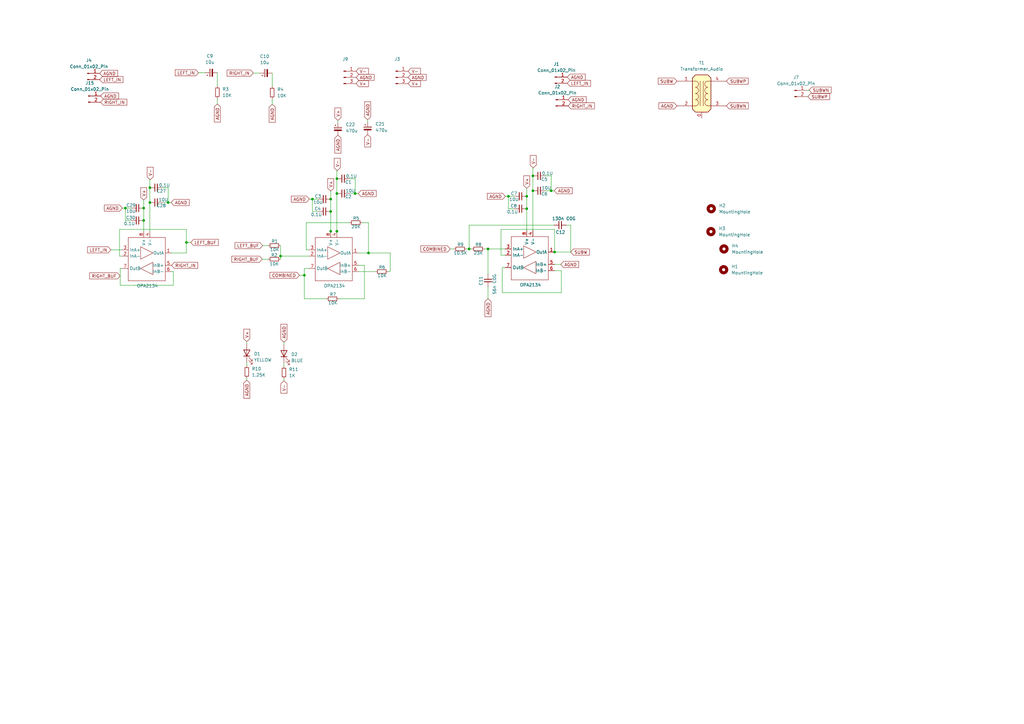
<source format=kicad_sch>
(kicad_sch (version 20230121) (generator eeschema)
  (paper "A3")
  (lib_symbols
    (symbol "Amplifier_Audio:OPA2134"
      (property "Reference" "U" (at 0 -2.54 0))
      (property "Value" "OPA2134" (at 0 0 0))
      (symbol "OPA2134_0_1"
        (rectangle (start -7.62 16.51) (end 7.62 -1.27))
        (polyline (pts (xy -2.54 12.7) (xy -2.54 7.62) (xy 2.54 10.16) (xy -2.54 12.7)))
        (polyline (pts (xy 2.54 6.35) (xy 2.54 1.27) (xy -2.54 3.81) (xy 2.54 6.35)))
      )
      (symbol "OPA2134_1_1"
        (pin output line (at 10.16 10.16 180) (length 2.54) (name "OutA") (number "1"))
        (pin input line (at -10.16 8.89 0) (length 2.54) (name "InA-") (number "2"))
        (pin input line (at -10.16 11.43 0) (length 2.54) (name "InA+") (number "3"))
        (pin input line (at 1.27 19.05 270) (length 2.54) (name "V-") (number "4"))
        (pin input line (at 10.16 5.08 180) (length 2.54) (name "InB+") (number "5"))
        (pin input line (at 10.16 2.54 180) (length 2.54) (name "InB-") (number "6"))
        (pin output line (at -10.16 3.81 0) (length 2.54) (name "OutB") (number "7"))
        (pin input line (at -1.27 19.05 270) (length 2.54) (name "V+") (number "8"))
      )
    )
    (symbol "Connector:Conn_01x02_Pin" (pin_names (offset 1.016) hide)
      (property "Reference" "J" (at 0 2.54 0))
      (property "Value" "Conn_01x02_Pin" (at 0 -5.08 0))
      (symbol "Conn_01x02_Pin_1_1"
        (polyline (pts (xy 1.27 -2.54) (xy 0.8636 -2.54)) (stroke (width 0.1524)))
        (polyline (pts (xy 1.27 0) (xy 0.8636 0)) (stroke (width 0.1524)))
        (rectangle (start 0.8636 -2.413) (end 0 -2.667) (stroke (width 0.1524)) (fill (type outline)))
        (rectangle (start 0.8636 0.127) (end 0 -0.127) (stroke (width 0.1524)) (fill (type outline)))
        (pin passive line (at 5.08 0 180) (length 3.81) (name "Pin_1") (number "1"))
        (pin passive line (at 5.08 -2.54 180) (length 3.81) (name "Pin_2") (number "2"))
      )
    )
    (symbol "Connector:Conn_01x03_Male" (pin_names (offset 1.016) hide)
      (property "Reference" "J" (at 0 5.08 0))
      (property "Value" "Conn_01x03_Male" (at 0 -5.08 0))
      (symbol "Conn_01x03_Male_1_1"
        (polyline (pts (xy 1.27 -2.54) (xy 0.8636 -2.54)) (stroke (width 0.1524)))
        (polyline (pts (xy 1.27 0) (xy 0.8636 0)) (stroke (width 0.1524)))
        (polyline (pts (xy 1.27 2.54) (xy 0.8636 2.54)) (stroke (width 0.1524)))
        (rectangle (start 0.8636 -2.413) (end 0 -2.667) (stroke (width 0.1524)) (fill (type outline)))
        (rectangle (start 0.8636 0.127) (end 0 -0.127) (stroke (width 0.1524)) (fill (type outline)))
        (rectangle (start 0.8636 2.667) (end 0 2.413) (stroke (width 0.1524)) (fill (type outline)))
        (pin passive line (at 5.08 2.54 180) (length 3.81) (name "Pin_1") (number "1"))
        (pin passive line (at 5.08 0 180) (length 3.81) (name "Pin_2") (number "2"))
        (pin passive line (at 5.08 -2.54 180) (length 3.81) (name "Pin_3") (number "3"))
      )
    )
    (symbol "Device:C_Polarized_Small" (pin_numbers hide) (pin_names (offset 0.254) hide)
      (property "Reference" "C" (at 0.254 1.778 0))
      (property "Value" "C_Polarized_Small" (at 0.254 -2.032 0))
      (symbol "C_Polarized_Small_0_1"
        (rectangle (start -1.524 -0.3048) (end 1.524 -0.6858) (fill (type outline)))
        (rectangle (start -1.524 0.6858) (end 1.524 0.3048))
        (polyline (pts (xy -1.27 1.524) (xy -0.762 1.524)))
        (polyline (pts (xy -1.016 1.27) (xy -1.016 1.778)))
      )
      (symbol "C_Polarized_Small_1_1"
        (pin passive line (at 0 2.54 270) (length 1.8542) (name "~") (number "1"))
        (pin passive line (at 0 -2.54 90) (length 1.8542) (name "~") (number "2"))
      )
    )
    (symbol "Device:C_Small" (pin_numbers hide) (pin_names (offset 0.254) hide)
      (property "Reference" "C" (at 0.254 1.778 0))
      (property "Value" "C_Small" (at 0.254 -2.032 0))
      (symbol "C_Small_0_1"
        (polyline (pts (xy -1.524 -0.508) (xy 1.524 -0.508)) (stroke (width 0.3302)))
        (polyline (pts (xy -1.524 0.508) (xy 1.524 0.508)) (stroke (width 0.3048)))
      )
      (symbol "C_Small_1_1"
        (pin passive line (at 0 2.54 270) (length 2.032) (name "~") (number "1"))
        (pin passive line (at 0 -2.54 90) (length 2.032) (name "~") (number "2"))
      )
    )
    (symbol "Device:LED" (pin_numbers hide) (pin_names (offset 1.016) hide)
      (property "Reference" "D" (at 0 2.54 0))
      (property "Value" "LED" (at 0 -2.54 0))
      (symbol "LED_0_1"
        (polyline (pts (xy -1.27 -1.27) (xy -1.27 1.27)) (stroke (width 0.254)))
        (polyline (pts (xy -1.27 0) (xy 1.27 0)))
        (polyline (pts (xy 1.27 -1.27) (xy 1.27 1.27) (xy -1.27 0) (xy 1.27 -1.27)) (stroke (width 0.254)))
        (polyline (pts (xy -3.048 -0.762) (xy -4.572 -2.286) (xy -3.81 -2.286) (xy -4.572 -2.286) (xy -4.572 -1.524)))
        (polyline (pts (xy -1.778 -0.762) (xy -3.302 -2.286) (xy -2.54 -2.286) (xy -3.302 -2.286) (xy -3.302 -1.524)))
      )
      (symbol "LED_1_1"
        (pin passive line (at -3.81 0 0) (length 2.54) (name "K") (number "1"))
        (pin passive line (at 3.81 0 180) (length 2.54) (name "A") (number "2"))
      )
    )
    (symbol "Device:R_Small" (pin_numbers hide) (pin_names (offset 0.254) hide)
      (property "Reference" "R" (at 0.762 0.508 0))
      (property "Value" "R_Small" (at 0.762 -1.016 0))
      (symbol "R_Small_0_1"
        (rectangle (start -0.762 1.778) (end 0.762 -1.778) (stroke (width 0.2032)))
      )
      (symbol "R_Small_1_1"
        (pin passive line (at 0 2.54 270) (length 0.762) (name "~") (number "1"))
        (pin passive line (at 0 -2.54 90) (length 0.762) (name "~") (number "2"))
      )
    )
    (symbol "Device:Transformer_Audio" (pin_names (offset 1.016) hide)
      (property "Reference" "T" (at 0 11.684 0))
      (property "Value" "Transformer_Audio" (at 0.254 9.398 0))
      (symbol "Transformer_Audio_0_1"
        (arc (start -2.54 -5.0546) (mid -1.6599 -4.6901) (end -1.27 -3.81))
        (arc (start -2.54 -2.5146) (mid -1.6599 -2.1501) (end -1.27 -1.27))
        (arc (start -2.54 0.0254) (mid -1.6599 0.3899) (end -1.27 1.27))
        (arc (start -2.54 2.5654) (mid -1.6599 2.9299) (end -1.27 3.81))
        (arc (start -1.27 -3.81) (mid -1.642 -2.912) (end -2.54 -2.54))
        (arc (start -1.27 -1.27) (mid -1.642 -0.372) (end -2.54 0))
        (arc (start -1.27 1.27) (mid -1.642 2.168) (end -2.54 2.54))
        (arc (start -1.27 3.81) (mid -1.642 4.708) (end -2.54 5.08))
        (polyline (pts (xy -0.635 5.08) (xy -0.635 -5.08)))
        (polyline (pts (xy 0.635 -5.08) (xy 0.635 5.08)))
        (polyline (pts (xy -3.81 6.35) (xy -2.54 7.62) (xy 2.54 7.62) (xy 3.81 6.35) (xy 3.81 -6.35) (xy 2.54 -7.62) (xy -2.54 -7.62) (xy -3.81 -6.35) (xy -3.81 6.35)) (stroke (width 0.254)) (fill (type background)))
        (arc (start 1.2954 -1.27) (mid 1.6599 -2.1501) (end 2.54 -2.5146))
        (arc (start 1.2954 1.27) (mid 1.6599 0.3899) (end 2.54 0.0254))
        (arc (start 1.2954 3.81) (mid 1.6599 2.9299) (end 2.54 2.5654))
        (arc (start 1.3208 -3.81) (mid 1.6853 -4.6901) (end 2.5654 -5.0546))
        (arc (start 2.54 0) (mid 1.642 -0.372) (end 1.2954 -1.27))
        (arc (start 2.54 2.54) (mid 1.642 2.168) (end 1.2954 1.27))
        (arc (start 2.54 5.08) (mid 1.642 4.708) (end 1.2954 3.81))
        (arc (start 2.5654 -2.54) (mid 1.6674 -2.912) (end 1.3208 -3.81))
      )
      (symbol "Transformer_Audio_1_1"
        (pin input line (at 0 -10.16 90) (length 2.54) (name "~") (number "0"))
        (pin passive line (at -10.16 5.08 0) (length 7.62) (name "AA") (number "1"))
        (pin passive line (at -10.16 -5.08 0) (length 7.62) (name "AB") (number "2"))
        (pin passive line (at 10.16 -5.08 180) (length 7.62) (name "SA") (number "3"))
        (pin passive line (at 10.16 5.08 180) (length 7.62) (name "SB") (number "4"))
      )
    )
    (symbol "Mechanical:MountingHole" (pin_names (offset 1.016))
      (property "Reference" "H" (at 0 5.08 0))
      (property "Value" "MountingHole" (at 0 3.175 0))
      (symbol "MountingHole_0_1"
        (circle (center 0 0) (radius 1.27) (stroke (width 1.27)))
      )
    )
  )
  (junction (at 216.027 80.518))
  (junction (at 135.636 81.661))
  (junction (at 58.928 85.344))
  (junction (at 61.468 83.058))
  (junction (at 218.567 78.232))
  (junction (at 218.567 72.136))
  (junction (at 145.669 79.375))
  (junction (at 58.928 90.424))
  (junction (at 68.961 83.058))
  (junction (at 128.143 81.661))
  (junction (at 227.457 103.378))
  (junction (at 138.176 94.869))
  (junction (at 138.176 79.375))
  (junction (at 151.13 103.759))
  (junction (at 192.405 102.108))
  (junction (at 200.152 102.108))
  (junction (at 61.468 76.962))
  (junction (at 216.027 85.598))
  (junction (at 115.062 105.029))
  (junction (at 51.435 85.344))
  (junction (at 138.176 73.279))
  (junction (at 135.636 86.741))
  (junction (at 226.06 78.232))
  (junction (at 208.534 80.518))
  (junction (at 124.841 112.903))
  (junction (at 135.636 94.869))
  (junction (at 76.454 99.441))
  (wire (pts (xy 53.848 90.424) (xy 51.435 90.424)))
  (wire (pts (xy 232.283 92.329) (xy 234.061 92.329)))
  (wire (pts (xy 192.405 102.108) (xy 193.548 102.108)))
  (wire (pts (xy 160.02 103.759) (xy 160.02 111.379)))
  (wire (pts (xy 207.137 109.728) (xy 205.994 109.728)))
  (wire (pts (xy 125.603 102.489) (xy 126.746 102.489)))
  (wire (pts (xy 76.454 103.759) (xy 70.358 103.759)))
  (wire (pts (xy 116.459 156.21) (xy 116.459 155.321)))
  (wire (pts (xy 58.928 82.042) (xy 58.928 85.344)))
  (wire (pts (xy 61.468 73.787) (xy 61.468 76.962)))
  (wire (pts (xy 331.343 39.624) (xy 330.962 39.624)))
  (wire (pts (xy 135.636 81.661) (xy 135.636 86.741)))
  (wire (pts (xy 133.858 122.555) (xy 124.841 122.555)))
  (wire (pts (xy 138.5922 49.3632) (xy 138.5922 50.3792)))
  (wire (pts (xy 147.066 108.839) (xy 149.479 108.839)))
  (wire (pts (xy 234.061 92.329) (xy 234.061 103.378)))
  (wire (pts (xy 61.468 83.058) (xy 61.468 94.869)))
  (wire (pts (xy 68.961 76.962) (xy 68.961 83.058)))
  (wire (pts (xy 143.383 91.313) (xy 125.603 91.313)))
  (wire (pts (xy 138.176 94.869) (xy 138.176 94.996)))
  (wire (pts (xy 66.548 76.962) (xy 68.961 76.962)))
  (wire (pts (xy 191.262 102.108) (xy 192.405 102.108)))
  (wire (pts (xy 207.264 80.518) (xy 208.534 80.518)))
  (wire (pts (xy 125.603 91.313) (xy 125.603 102.489)))
  (wire (pts (xy 61.468 76.962) (xy 61.468 83.058)))
  (wire (pts (xy 115.062 100.711) (xy 115.062 105.029)))
  (wire (pts (xy 116.459 140.335) (xy 116.459 141.224)))
  (wire (pts (xy 49.022 105.029) (xy 49.022 94.107)))
  (wire (pts (xy 101.219 140.081) (xy 101.219 140.97)))
  (wire (pts (xy 115.062 105.029) (xy 115.062 106.299)))
  (wire (pts (xy 58.928 90.424) (xy 58.928 94.869)))
  (wire (pts (xy 71.12 111.379) (xy 71.12 116.967)))
  (wire (pts (xy 135.636 78.359) (xy 135.636 81.661)))
  (wire (pts (xy 218.567 78.232) (xy 218.567 94.488)))
  (wire (pts (xy 210.947 85.598) (xy 208.534 85.598)))
  (wire (pts (xy 135.636 94.869) (xy 135.636 94.996)))
  (wire (pts (xy 111.633 42.799) (xy 111.633 40.513)))
  (wire (pts (xy 126.873 81.661) (xy 128.143 81.661)))
  (wire (pts (xy 205.486 104.648) (xy 205.486 94.107)))
  (wire (pts (xy 229.997 108.458) (xy 227.457 108.458)))
  (wire (pts (xy 84.074 29.845) (xy 81.407 29.845)))
  (wire (pts (xy 207.137 104.648) (xy 205.486 104.648)))
  (wire (pts (xy 205.486 94.107) (xy 227.457 94.107)))
  (wire (pts (xy 226.06 78.232) (xy 223.647 78.232)))
  (wire (pts (xy 227.457 94.107) (xy 227.457 103.378)))
  (wire (pts (xy 205.994 109.728) (xy 205.994 120.015)))
  (wire (pts (xy 89.154 42.672) (xy 89.154 40.386)))
  (wire (pts (xy 331.724 36.957) (xy 331.724 37.084)))
  (wire (pts (xy 226.06 72.136) (xy 226.06 78.232)))
  (wire (pts (xy 138.176 73.279) (xy 138.176 79.375)))
  (wire (pts (xy 71.12 116.967) (xy 49.276 116.967)))
  (wire (pts (xy 122.809 112.903) (xy 124.841 112.903)))
  (wire (pts (xy 109.982 106.299) (xy 107.569 106.299)))
  (wire (pts (xy 218.567 72.136) (xy 218.567 78.232)))
  (wire (pts (xy 101.219 155.956) (xy 101.219 155.067)))
  (wire (pts (xy 149.479 108.839) (xy 149.479 122.555)))
  (wire (pts (xy 124.841 122.555) (xy 124.841 112.903)))
  (wire (pts (xy 147.066 111.379) (xy 154.051 111.379)))
  (wire (pts (xy 223.647 72.136) (xy 226.06 72.136)))
  (wire (pts (xy 61.595 73.787) (xy 61.468 73.787)))
  (wire (pts (xy 50.038 105.029) (xy 49.022 105.029)))
  (wire (pts (xy 151.13 103.759) (xy 147.066 103.759)))
  (wire (pts (xy 145.669 73.279) (xy 145.669 79.375)))
  (wire (pts (xy 216.027 80.518) (xy 216.027 85.598)))
  (wire (pts (xy 49.022 94.107) (xy 76.454 94.107)))
  (wire (pts (xy 124.841 110.109) (xy 126.746 110.109)))
  (wire (pts (xy 51.435 90.424) (xy 51.435 85.344)))
  (wire (pts (xy 116.459 150.241) (xy 116.459 148.844)))
  (wire (pts (xy 128.143 81.661) (xy 130.556 81.661)))
  (wire (pts (xy 216.027 77.216) (xy 216.027 80.518)))
  (wire (pts (xy 51.435 85.344) (xy 53.848 85.344)))
  (wire (pts (xy 111.633 35.433) (xy 111.633 29.972)))
  (wire (pts (xy 124.841 112.903) (xy 124.841 110.109)))
  (wire (pts (xy 138.938 122.555) (xy 149.479 122.555)))
  (wire (pts (xy 218.694 68.834) (xy 218.694 68.961)))
  (wire (pts (xy 109.982 100.711) (xy 107.696 100.711)))
  (wire (pts (xy 138.303 70.104) (xy 138.176 70.104)))
  (wire (pts (xy 76.454 99.441) (xy 76.454 103.759)))
  (wire (pts (xy 184.658 102.108) (xy 186.182 102.108)))
  (wire (pts (xy 192.405 92.329) (xy 192.405 102.108)))
  (wire (pts (xy 200.152 102.108) (xy 200.152 112.522)))
  (wire (pts (xy 331.724 37.084) (xy 330.962 37.084)))
  (wire (pts (xy 138.303 69.977) (xy 138.303 70.104)))
  (wire (pts (xy 227.33 78.232) (xy 226.06 78.232)))
  (wire (pts (xy 200.152 122.555) (xy 200.152 117.602)))
  (wire (pts (xy 143.256 73.279) (xy 145.669 73.279)))
  (wire (pts (xy 138.176 79.375) (xy 138.176 94.869)))
  (wire (pts (xy 70.231 83.058) (xy 68.961 83.058)))
  (wire (pts (xy 135.636 86.741) (xy 135.636 94.869)))
  (wire (pts (xy 146.939 79.375) (xy 145.669 79.375)))
  (wire (pts (xy 101.219 149.987) (xy 101.219 148.59)))
  (wire (pts (xy 138.176 70.104) (xy 138.176 73.279)))
  (wire (pts (xy 61.595 73.66) (xy 61.595 73.787)))
  (wire (pts (xy 128.143 86.741) (xy 128.143 81.661)))
  (wire (pts (xy 192.405 92.329) (xy 227.203 92.329)))
  (wire (pts (xy 159.131 111.379) (xy 160.02 111.379)))
  (wire (pts (xy 208.534 85.598) (xy 208.534 80.518)))
  (wire (pts (xy 68.961 83.058) (xy 66.548 83.058)))
  (wire (pts (xy 151.13 91.313) (xy 151.13 103.759)))
  (wire (pts (xy 234.061 103.378) (xy 227.457 103.378)))
  (wire (pts (xy 331.851 36.957) (xy 331.724 36.957)))
  (wire (pts (xy 145.669 79.375) (xy 143.256 79.375)))
  (wire (pts (xy 216.027 85.598) (xy 216.027 94.488)))
  (wire (pts (xy 200.152 102.108) (xy 207.137 102.108)))
  (wire (pts (xy 49.276 116.967) (xy 49.276 110.109)))
  (wire (pts (xy 78.232 99.441) (xy 76.454 99.441)))
  (wire (pts (xy 148.463 91.313) (xy 151.13 91.313)))
  (wire (pts (xy 70.358 111.379) (xy 71.12 111.379)))
  (wire (pts (xy 89.154 35.306) (xy 89.154 29.845)))
  (wire (pts (xy 151.13 103.759) (xy 160.02 103.759)))
  (wire (pts (xy 205.994 120.015) (xy 230.251 120.015)))
  (wire (pts (xy 130.556 86.741) (xy 128.143 86.741)))
  (wire (pts (xy 198.628 102.108) (xy 200.152 102.108)))
  (wire (pts (xy 106.553 29.972) (xy 103.886 29.972)))
  (wire (pts (xy 45.466 102.489) (xy 50.038 102.489)))
  (wire (pts (xy 218.567 68.961) (xy 218.567 72.136)))
  (wire (pts (xy 230.251 110.998) (xy 227.457 110.998)))
  (wire (pts (xy 126.746 105.029) (xy 115.062 105.029)))
  (wire (pts (xy 58.928 85.344) (xy 58.928 90.424)))
  (wire (pts (xy 218.694 68.961) (xy 218.567 68.961)))
  (wire (pts (xy 230.251 120.015) (xy 230.251 110.998)))
  (wire (pts (xy 76.454 94.107) (xy 76.454 99.441)))
  (wire (pts (xy 208.534 80.518) (xy 210.947 80.518)))
  (wire (pts (xy 49.276 110.109) (xy 50.038 110.109)))
  (wire (pts (xy 150.7842 49.1092) (xy 150.7842 50.1252)))
  (wire (pts (xy 50.165 85.344) (xy 51.435 85.344)))
  (global_label "V-" (shape input) (at 138.303 69.977 90) (property "Intersheetrefs" "${INTERSHEET_REFS}" (effects hide)))
  (global_label "SUBWP" (shape input) (at 331.343 39.624 0) (property "Intersheetrefs" "${INTERSHEET_REFS}" (effects hide)))
  (global_label "V+" (shape input) (at 58.928 82.042 90) (property "Intersheetrefs" "${INTERSHEET_REFS}" (effects hide)))
  (global_label "AGND" (shape input) (at 146.05 31.75 0) (property "Intersheetrefs" "${INTERSHEET_REFS}" (effects hide)))
  (global_label "AGND" (shape input) (at 229.997 108.458 0) (property "Intersheetrefs" "${INTERSHEET_REFS}" (effects hide)))
  (global_label "LEFT_IN" (shape input) (at 232.664 34.163 0) (property "Intersheetrefs" "${INTERSHEET_REFS}" (effects hide)))
  (global_label "SUBW" (shape input) (at 234.061 103.378 0) (property "Intersheetrefs" "${INTERSHEET_REFS}" (effects hide)))
  (global_label "LEFT_BUF" (shape input) (at 107.696 100.711 180) (property "Intersheetrefs" "${INTERSHEET_REFS}" (effects hide)))
  (global_label "AGND" (shape input) (at 167.386 31.75 0) (property "Intersheetrefs" "${INTERSHEET_REFS}" (effects hide)))
  (global_label "AGND" (shape input) (at 89.154 42.672 270) (property "Intersheetrefs" "${INTERSHEET_REFS}" (effects hide)))
  (global_label "V+" (shape input) (at 101.219 140.081 90) (property "Intersheetrefs" "${INTERSHEET_REFS}" (effects hide)))
  (global_label "V-" (shape input) (at 61.595 73.66 90) (property "Intersheetrefs" "${INTERSHEET_REFS}" (effects hide)))
  (global_label "V+" (shape input) (at 138.5922 49.3632 90) (property "Intersheetrefs" "${INTERSHEET_REFS}" (effects hide)))
  (global_label "SUBWN" (shape input) (at 297.942 43.434 0) (property "Intersheetrefs" "${INTERSHEET_REFS}" (effects hide)))
  (global_label "V-" (shape input) (at 218.694 68.834 90) (property "Intersheetrefs" "${INTERSHEET_REFS}" (effects hide)))
  (global_label "V+" (shape input) (at 167.386 34.29 0) (property "Intersheetrefs" "${INTERSHEET_REFS}" (effects hide)))
  (global_label "V+" (shape input) (at 216.027 77.216 90) (property "Intersheetrefs" "${INTERSHEET_REFS}" (effects hide)))
  (global_label "V-" (shape input) (at 150.7842 55.2052 270) (property "Intersheetrefs" "${INTERSHEET_REFS}" (effects hide)))
  (global_label "AGND" (shape input) (at 277.622 43.434 180) (property "Intersheetrefs" "${INTERSHEET_REFS}" (effects hide)))
  (global_label "AGND" (shape input) (at 138.5922 55.4592 270) (property "Intersheetrefs" "${INTERSHEET_REFS}" (effects hide)))
  (global_label "V-" (shape input) (at 116.459 156.21 270) (property "Intersheetrefs" "${INTERSHEET_REFS}" (effects hide)))
  (global_label "V+" (shape input) (at 146.05 34.29 0) (property "Intersheetrefs" "${INTERSHEET_REFS}" (effects hide)))
  (global_label "COMBINED" (shape input) (at 184.658 102.108 180) (property "Intersheetrefs" "${INTERSHEET_REFS}" (effects hide)))
  (global_label "RIGHT_IN" (shape input) (at 41.275 41.91 0) (property "Intersheetrefs" "${INTERSHEET_REFS}" (effects hide)))
  (global_label "AGND" (shape input) (at 232.664 31.623 0) (property "Intersheetrefs" "${INTERSHEET_REFS}" (effects hide)))
  (global_label "AGND" (shape input) (at 101.219 155.956 270) (property "Intersheetrefs" "${INTERSHEET_REFS}" (effects hide)))
  (global_label "V+" (shape input) (at 135.636 78.359 90) (property "Intersheetrefs" "${INTERSHEET_REFS}" (effects hide)))
  (global_label "AGND" (shape input) (at 116.459 140.335 90) (property "Intersheetrefs" "${INTERSHEET_REFS}" (effects hide)))
  (global_label "RIGHT_BUF" (shape input) (at 107.569 106.299 180) (property "Intersheetrefs" "${INTERSHEET_REFS}" (effects hide)))
  (global_label "SUBWN" (shape input) (at 331.851 36.957 0) (property "Intersheetrefs" "${INTERSHEET_REFS}" (effects hide)))
  (global_label "SUBWP" (shape input) (at 297.942 33.274 0) (property "Intersheetrefs" "${INTERSHEET_REFS}" (effects hide)))
  (global_label "AGND" (shape input) (at 126.873 81.661 180) (property "Intersheetrefs" "${INTERSHEET_REFS}" (effects hide)))
  (global_label "AGND" (shape input) (at 227.33 78.232 0) (property "Intersheetrefs" "${INTERSHEET_REFS}" (effects hide)))
  (global_label "AGND" (shape input) (at 50.165 85.344 180) (property "Intersheetrefs" "${INTERSHEET_REFS}" (effects hide)))
  (global_label "RIGHT_IN" (shape input) (at 103.886 29.972 180) (property "Intersheetrefs" "${INTERSHEET_REFS}" (effects hide)))
  (global_label "RIGHT_BUF" (shape input) (at 49.276 113.157 180) (property "Intersheetrefs" "${INTERSHEET_REFS}" (effects hide)))
  (global_label "LEFT_IN" (shape input) (at 81.407 29.845 180) (property "Intersheetrefs" "${INTERSHEET_REFS}" (effects hide)))
  (global_label "AGND" (shape input) (at 150.7842 49.1092 90) (property "Intersheetrefs" "${INTERSHEET_REFS}" (effects hide)))
  (global_label "LEFT_BUF" (shape input) (at 78.232 99.441 0) (property "Intersheetrefs" "${INTERSHEET_REFS}" (effects hide)))
  (global_label "AGND" (shape input) (at 111.633 42.799 270) (property "Intersheetrefs" "${INTERSHEET_REFS}" (effects hide)))
  (global_label "V-" (shape input) (at 167.386 29.21 0) (property "Intersheetrefs" "${INTERSHEET_REFS}" (effects hide)))
  (global_label "LEFT_IN" (shape input) (at 40.894 32.639 0) (property "Intersheetrefs" "${INTERSHEET_REFS}" (effects hide)))
  (global_label "AGND" (shape input) (at 200.152 122.555 270) (property "Intersheetrefs" "${INTERSHEET_REFS}" (effects hide)))
  (global_label "COMBINED" (shape input) (at 122.809 112.903 180) (property "Intersheetrefs" "${INTERSHEET_REFS}" (effects hide)))
  (global_label "AGND" (shape input) (at 233.045 40.894 0) (property "Intersheetrefs" "${INTERSHEET_REFS}" (effects hide)))
  (global_label "AGND" (shape input) (at 146.939 79.375 0) (property "Intersheetrefs" "${INTERSHEET_REFS}" (effects hide)))
  (global_label "RIGHT_IN" (shape input) (at 70.358 108.839 0) (property "Intersheetrefs" "${INTERSHEET_REFS}" (effects hide)))
  (global_label "SUBW" (shape input) (at 277.622 33.274 180) (property "Intersheetrefs" "${INTERSHEET_REFS}" (effects hide)))
  (global_label "AGND" (shape input) (at 41.275 39.37 0) (property "Intersheetrefs" "${INTERSHEET_REFS}" (effects hide)))
  (global_label "RIGHT_IN" (shape input) (at 233.045 43.434 0) (property "Intersheetrefs" "${INTERSHEET_REFS}" (effects hide)))
  (global_label "LEFT_IN" (shape input) (at 45.466 102.489 180) (property "Intersheetrefs" "${INTERSHEET_REFS}" (effects hide)))
  (global_label "AGND" (shape input) (at 40.894 30.099 0) (property "Intersheetrefs" "${INTERSHEET_REFS}" (effects hide)))
  (global_label "AGND" (shape input) (at 207.264 80.518 180) (property "Intersheetrefs" "${INTERSHEET_REFS}" (effects hide)))
  (global_label "V-" (shape input) (at 146.05 29.21 0) (property "Intersheetrefs" "${INTERSHEET_REFS}" (effects hide)))
  (global_label "AGND" (shape input) (at 70.231 83.058 0) (property "Intersheetrefs" "${INTERSHEET_REFS}" (effects hide)))
  (symbol (lib_id "Device:R_Small") (at 145.923 91.313 270) (unit 1)
    (property "Reference" "R5" (at 146.05 89.535 90))
    (property "Value" "20K" (at 146.05 92.964 90))
    (property "Footprint" "Resistor_SMD:R_0603_1608Metric_Pad0.98x0.95mm_HandSolder" (effects hide))
  )
  (symbol (lib_id "Device:C_Polarized_Small") (at 86.614 29.845 90) (unit 1)
    (property "Reference" "C9" (at 86.0679 22.987 90))
    (property "Value" "10u" (at 86.0679 25.527 90))
    (property "Footprint" "Capacitor_THT:CP_Radial_D5.0mm_P2.00mm" (effects hide))
  )
  (symbol (lib_id "Device:C_Small") (at 221.107 78.232 90) (unit 1)
    (property "Reference" "C6" (at 223.266 79.502 90))
    (property "Value" "10U" (at 224.1066 77.0957 90))
    (property "Footprint" "Capacitor_SMD:C_1206_3216Metric_Pad1.33x1.80mm_HandSolder" (effects hide))
  )
  (symbol (lib_id "Device:R_Small") (at 112.522 100.711 270) (unit 1)
    (property "Reference" "R1" (at 112.649 98.933 90))
    (property "Value" "10K" (at 112.649 102.362 90))
    (property "Footprint" "Resistor_SMD:R_0603_1608Metric_Pad0.98x0.95mm_HandSolder" (effects hide))
  )
  (symbol (lib_id "Device:C_Small") (at 56.388 90.424 270) (unit 1)
    (property "Reference" "C30" (at 53.594 89.281 90))
    (property "Value" "0.1U" (at 53.086 91.694 90))
    (property "Footprint" "Capacitor_SMD:C_0805_2012Metric_Pad1.18x1.45mm_HandSolder" (effects hide))
  )
  (symbol (lib_id "Device:Transformer_Audio") (at 287.782 38.354 0) (unit 1)
    (property "Reference" "T1" (at 287.782 25.781 0))
    (property "Value" "Transformer_Audio" (at 287.782 28.321 0))
    (property "Footprint" "Components:DA101C" (effects hide))
  )
  (symbol (lib_id "Device:C_Small") (at 56.388 85.344 270) (unit 1)
    (property "Reference" "C29" (at 53.721 84.201 90))
    (property "Value" "10U" (at 53.721 86.614 90))
    (property "Footprint" "Capacitor_SMD:C_1206_3216Metric_Pad1.33x1.80mm_HandSolder" (effects hide))
  )
  (symbol (lib_id "Device:C_Small") (at 221.107 72.136 90) (unit 1)
    (property "Reference" "C5" (at 223.266 73.533 90))
    (property "Value" "0.1U" (at 224.536 71.12 90))
    (property "Footprint" "Capacitor_SMD:C_0805_2012Metric_Pad1.18x1.45mm_HandSolder" (effects hide))
  )
  (symbol (lib_id "Amplifier_Audio:OPA2134") (at 60.198 113.919 0) (unit 1)
    (property "Reference" "U4" (effects hide))
    (property "Value" "OPA2134" (at 60.452 117.221 0))
    (property "Footprint" "Package_DIP:DIP-8_W7.62mm_Socket" (effects hide))
  )
  (symbol (lib_id "Device:R_Small") (at 89.154 37.846 180) (unit 1)
    (property "Reference" "R3" (at 91.186 36.576 0) (effects (justify right)))
    (property "Value" "10K" (at 91.186 39.116 0) (effects (justify right)))
    (property "Footprint" "Resistor_SMD:R_0603_1608Metric_Pad0.98x0.95mm_HandSolder" (effects hide))
  )
  (symbol (lib_id "Device:C_Small") (at 133.096 81.661 270) (unit 1)
    (property "Reference" "C3" (at 130.429 80.518 90))
    (property "Value" "10U" (at 130.429 82.931 90))
    (property "Footprint" "Capacitor_SMD:C_1206_3216Metric_Pad1.33x1.80mm_HandSolder" (effects hide))
  )
  (symbol (lib_id "Device:R_Small") (at 136.398 122.555 270) (unit 1)
    (property "Reference" "R7" (at 136.525 120.777 90))
    (property "Value" "10K" (at 136.525 124.206 90))
    (property "Footprint" "Resistor_SMD:R_0603_1608Metric_Pad0.98x0.95mm_HandSolder" (effects hide))
  )
  (symbol (lib_id "Mechanical:MountingHole") (at 296.926 102.108 0) (unit 1)
    (property "Reference" "H4" (at 300.101 100.8379 0) (effects (justify left)))
    (property "Value" "MountingHole" (at 300.101 103.3779 0) (effects (justify left)))
    (property "Footprint" "MountingHole:MountingHole_3.2mm_M3" (effects hide))
  )
  (symbol (lib_id "Device:R_Small") (at 188.722 102.108 270) (unit 1)
    (property "Reference" "R9" (at 188.849 100.33 90))
    (property "Value" "10.5K" (at 188.849 103.759 90))
    (property "Footprint" "Resistor_SMD:R_0603_1608Metric_Pad0.98x0.95mm_HandSolder" (effects hide))
  )
  (symbol (lib_id "Device:R_Small") (at 116.459 152.781 180) (unit 1)
    (property "Reference" "R11" (at 118.491 151.511 0) (effects (justify right)))
    (property "Value" "1K" (at 118.491 154.051 0) (effects (justify right)))
    (property "Footprint" "Resistor_SMD:R_0603_1608Metric_Pad0.98x0.95mm_HandSolder" (effects hide))
  )
  (symbol (lib_id "Connector:Conn_01x03_Male") (at 162.306 31.75 0) (unit 1)
    (property "Reference" "J3" (at 162.941 24.257 0))
    (property "Value" "Conn_01x03_Male" (effects hide))
    (property "Footprint" "Connector_JST:JST_PH_B3B-PH-K_1x03_P2.00mm_Vertical" (effects hide))
  )
  (symbol (lib_id "Connector:Conn_01x02_Pin") (at 325.882 37.084 0) (unit 1)
    (property "Reference" "J7" (at 326.517 31.75 0))
    (property "Value" "Conn_01x02_Pin" (at 326.517 34.29 0))
    (property "Footprint" "Connector_JST:JST_PH_B2B-PH-K_1x02_P2.00mm_Vertical" (effects hide))
  )
  (symbol (lib_id "Device:C_Small") (at 229.743 92.329 90) (unit 1)
    (property "Reference" "C12" (at 229.87 95.25 90))
    (property "Value" "130n C0G" (at 231.267 89.662 90))
    (property "Footprint" "Capacitor_SMD:C_0805_2012Metric_Pad1.18x1.45mm_HandSolder" (effects hide))
  )
  (symbol (lib_id "Amplifier_Audio:OPA2134") (at 136.906 113.919 0) (unit 1)
    (property "Reference" "U1" (effects hide))
    (property "Value" "OPA2134" (at 137.16 117.221 0))
    (property "Footprint" "Package_DIP:DIP-8_W7.62mm_Socket" (effects hide))
  )
  (symbol (lib_id "Device:C_Polarized_Small") (at 109.093 29.972 90) (unit 1)
    (property "Reference" "C10" (at 108.5469 23.114 90))
    (property "Value" "10u" (at 108.5469 25.654 90))
    (property "Footprint" "Capacitor_THT:CP_Radial_D5.0mm_P2.00mm" (effects hide))
  )
  (symbol (lib_id "Mechanical:MountingHole") (at 291.719 85.598 0) (unit 1)
    (property "Reference" "H2" (at 294.894 84.3279 0) (effects (justify left)))
    (property "Value" "MountingHole" (at 294.894 86.8679 0) (effects (justify left)))
    (property "Footprint" "MountingHole:MountingHole_3.2mm_M3" (effects hide))
  )
  (symbol (lib_id "Device:R_Small") (at 111.633 37.973 180) (unit 1)
    (property "Reference" "R4" (at 113.665 36.703 0) (effects (justify right)))
    (property "Value" "10K" (at 113.665 39.243 0) (effects (justify right)))
    (property "Footprint" "Resistor_SMD:R_0603_1608Metric_Pad0.98x0.95mm_HandSolder" (effects hide))
  )
  (symbol (lib_id "Amplifier_Audio:OPA2134") (at 217.297 113.538 0) (unit 1)
    (property "Reference" "U2" (effects hide))
    (property "Value" "OPA2134" (at 217.551 116.84 0))
    (property "Footprint" "Package_DIP:DIP-8_W7.62mm_Socket" (effects hide))
  )
  (symbol (lib_id "Connector:Conn_01x03_Male") (at 140.97 31.75 0) (unit 1)
    (property "Reference" "J9" (at 141.605 24.257 0))
    (property "Value" "Conn_01x03_Male" (effects hide))
    (property "Footprint" "Connector_JST:JST_PH_B3B-PH-K_1x03_P2.00mm_Vertical" (effects hide))
  )
  (symbol (lib_id "Device:C_Small") (at 133.096 86.741 270) (unit 1)
    (property "Reference" "C4" (at 130.302 85.598 90))
    (property "Value" "0.1U" (at 129.794 88.011 90))
    (property "Footprint" "Capacitor_SMD:C_0805_2012Metric_Pad1.18x1.45mm_HandSolder" (effects hide))
  )
  (symbol (lib_id "Connector:Conn_01x02_Pin") (at 227.965 40.894 0) (unit 1)
    (property "Reference" "J2" (at 228.6 35.56 0))
    (property "Value" "Conn_01x02_Pin" (at 228.6 38.1 0))
    (property "Footprint" "Connector_JST:JST_PH_B2B-PH-K_1x02_P2.00mm_Vertical" (effects hide))
  )
  (symbol (lib_id "Device:C_Small") (at 64.008 76.962 90) (unit 1)
    (property "Reference" "C27" (at 66.167 78.359 90))
    (property "Value" "0.1U" (at 67.437 75.946 90))
    (property "Footprint" "Capacitor_SMD:C_0805_2012Metric_Pad1.18x1.45mm_HandSolder" (effects hide))
  )
  (symbol (lib_id "Mechanical:MountingHole") (at 296.799 110.617 0) (unit 1)
    (property "Reference" "H1" (at 299.974 109.3469 0) (effects (justify left)))
    (property "Value" "MountingHole" (at 299.974 111.8869 0) (effects (justify left)))
    (property "Footprint" "MountingHole:MountingHole_3.2mm_M3" (effects hide))
  )
  (symbol (lib_id "Device:C_Small") (at 140.716 79.375 90) (unit 1)
    (property "Reference" "C2" (at 142.875 80.645 90))
    (property "Value" "10U" (at 143.7156 78.2387 90))
    (property "Footprint" "Capacitor_SMD:C_1206_3216Metric_Pad1.33x1.80mm_HandSolder" (effects hide))
  )
  (symbol (lib_id "Device:C_Small") (at 213.487 85.598 270) (unit 1)
    (property "Reference" "C8" (at 210.693 84.455 90))
    (property "Value" "0.1U" (at 210.185 86.868 90))
    (property "Footprint" "Capacitor_SMD:C_0805_2012Metric_Pad1.18x1.45mm_HandSolder" (effects hide))
  )
  (symbol (lib_id "Device:C_Polarized_Small") (at 150.7842 52.6652 0) (unit 1)
    (property "Reference" "C21" (at 153.9592 50.8491 0) (effects (justify left)))
    (property "Value" "470u" (at 153.9592 53.3891 0) (effects (justify left)))
    (property "Footprint" "Capacitor_THT:CP_Radial_D6.3mm_P2.50mm" (effects hide))
  )
  (symbol (lib_id "Device:C_Polarized_Small") (at 138.5922 52.9192 0) (unit 1)
    (property "Reference" "C22" (at 141.7672 51.1031 0) (effects (justify left)))
    (property "Value" "470u" (at 141.7672 53.6431 0) (effects (justify left)))
    (property "Footprint" "Capacitor_THT:CP_Radial_D6.3mm_P2.50mm" (effects hide))
  )
  (symbol (lib_id "Device:R_Small") (at 112.522 106.299 270) (unit 1)
    (property "Reference" "R2" (at 112.522 104.648 90))
    (property "Value" "10K" (at 112.4887 108.2427 90))
    (property "Footprint" "Resistor_SMD:R_0603_1608Metric_Pad0.98x0.95mm_HandSolder" (effects hide))
  )
  (symbol (lib_id "Device:R_Small") (at 101.219 152.527 180) (unit 1)
    (property "Reference" "R10" (at 103.251 151.257 0) (effects (justify right)))
    (property "Value" "1.25K" (at 103.251 153.797 0) (effects (justify right)))
    (property "Footprint" "Resistor_SMD:R_0603_1608Metric_Pad0.98x0.95mm_HandSolder" (effects hide))
  )
  (symbol (lib_id "Connector:Conn_01x02_Pin") (at 35.814 30.099 0) (unit 1)
    (property "Reference" "J4" (at 36.449 24.765 0))
    (property "Value" "Conn_01x02_Pin" (at 36.449 27.305 0))
    (property "Footprint" "Connector_JST:JST_PH_B2B-PH-K_1x02_P2.00mm_Vertical" (effects hide))
  )
  (symbol (lib_id "Mechanical:MountingHole") (at 291.592 94.996 0) (unit 1)
    (property "Reference" "H3" (at 294.767 93.7259 0) (effects (justify left)))
    (property "Value" "MountingHole" (at 294.767 96.2659 0) (effects (justify left)))
    (property "Footprint" "MountingHole:MountingHole_3.2mm_M3" (effects hide))
  )
  (symbol (lib_id "Device:C_Small") (at 140.716 73.279 90) (unit 1)
    (property "Reference" "C1" (at 142.875 74.676 90))
    (property "Value" "0.1U" (at 144.145 72.263 90))
    (property "Footprint" "Capacitor_SMD:C_0805_2012Metric_Pad1.18x1.45mm_HandSolder" (effects hide))
  )
  (symbol (lib_id "Device:R_Small") (at 156.591 111.379 270) (unit 1)
    (property "Reference" "R6" (at 156.718 109.601 90))
    (property "Value" "10K" (at 156.718 113.03 90))
    (property "Footprint" "Resistor_SMD:R_0603_1608Metric_Pad0.98x0.95mm_HandSolder" (effects hide))
  )
  (symbol (lib_id "Device:C_Small") (at 64.008 83.058 90) (unit 1)
    (property "Reference" "C28" (at 66.167 84.328 90))
    (property "Value" "10U" (at 67.0076 81.9217 90))
    (property "Footprint" "Capacitor_SMD:C_1206_3216Metric_Pad1.33x1.80mm_HandSolder" (effects hide))
  )
  (symbol (lib_id "Connector:Conn_01x02_Pin") (at 227.584 31.623 0) (unit 1)
    (property "Reference" "J1" (at 228.219 26.289 0))
    (property "Value" "Conn_01x02_Pin" (at 228.219 28.829 0))
    (property "Footprint" "Connector_JST:JST_PH_B2B-PH-K_1x02_P2.00mm_Vertical" (effects hide))
  )
  (symbol (lib_id "Device:R_Small") (at 196.088 102.108 270) (unit 1)
    (property "Reference" "R8" (at 196.215 100.33 90))
    (property "Value" "23K" (at 196.215 103.759 90))
    (property "Footprint" "Resistor_SMD:R_0603_1608Metric_Pad0.98x0.95mm_HandSolder" (effects hide))
  )
  (symbol (lib_id "Device:C_Small") (at 213.487 80.518 270) (unit 1)
    (property "Reference" "C7" (at 210.82 79.375 90))
    (property "Value" "10U" (at 210.82 81.788 90))
    (property "Footprint" "Capacitor_SMD:C_1206_3216Metric_Pad1.33x1.80mm_HandSolder" (effects hide))
  )
  (symbol (lib_id "Device:LED") (at 101.219 144.78 90) (unit 1)
    (property "Reference" "D1" (at 104.14 145.0975 90) (effects (justify right)))
    (property "Value" "YELLOW" (at 104.14 147.6375 90) (effects (justify right)))
    (property "Footprint" "LED_SMD:LED_0805_2012Metric_Pad1.15x1.40mm_HandSolder" (effects hide))
  )
  (symbol (lib_id "Device:LED") (at 116.459 145.034 90) (unit 1)
    (property "Reference" "D2" (at 119.38 145.3515 90) (effects (justify right)))
    (property "Value" "BLUE" (at 119.38 147.8915 90) (effects (justify right)))
    (property "Footprint" "LED_SMD:LED_0805_2012Metric_Pad1.15x1.40mm_HandSolder" (effects hide))
  )
  (symbol (lib_id "Device:C_Small") (at 200.152 115.062 0) (unit 1)
    (property "Reference" "C11" (at 197.231 115.189 90))
    (property "Value" "56n C0G" (at 202.819 116.586 90))
    (property "Footprint" "Capacitor_SMD:C_0805_2012Metric_Pad1.18x1.45mm_HandSolder" (effects hide))
  )
  (symbol (lib_id "Connector:Conn_01x02_Pin") (at 36.195 39.37 0) (unit 1)
    (property "Reference" "J15" (at 36.83 34.036 0))
    (property "Value" "Conn_01x02_Pin" (at 36.83 36.576 0))
    (property "Footprint" "Connector_JST:JST_PH_B2B-PH-K_1x02_P2.00mm_Vertical" (effects hide))
  )
)
</source>
